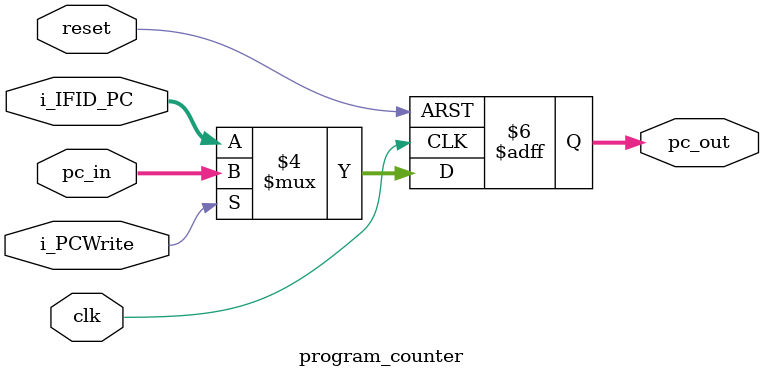
<source format=v>



module program_counter (clk, reset, pc_in, i_PCWrite, i_IFID_PC, pc_out);
	input clk, reset, i_PCWrite;
	input [31:0] pc_in, i_IFID_PC;
	output [31:0] pc_out;
	
	reg [31:0] pc_out;
	always @ (posedge clk or posedge reset )
	
	begin
		if(reset )
			pc_out<=32'h00000000;
		else if (~i_PCWrite)
			pc_out <= i_IFID_PC;
		else
			pc_out<=pc_in;
	end
endmodule

</source>
